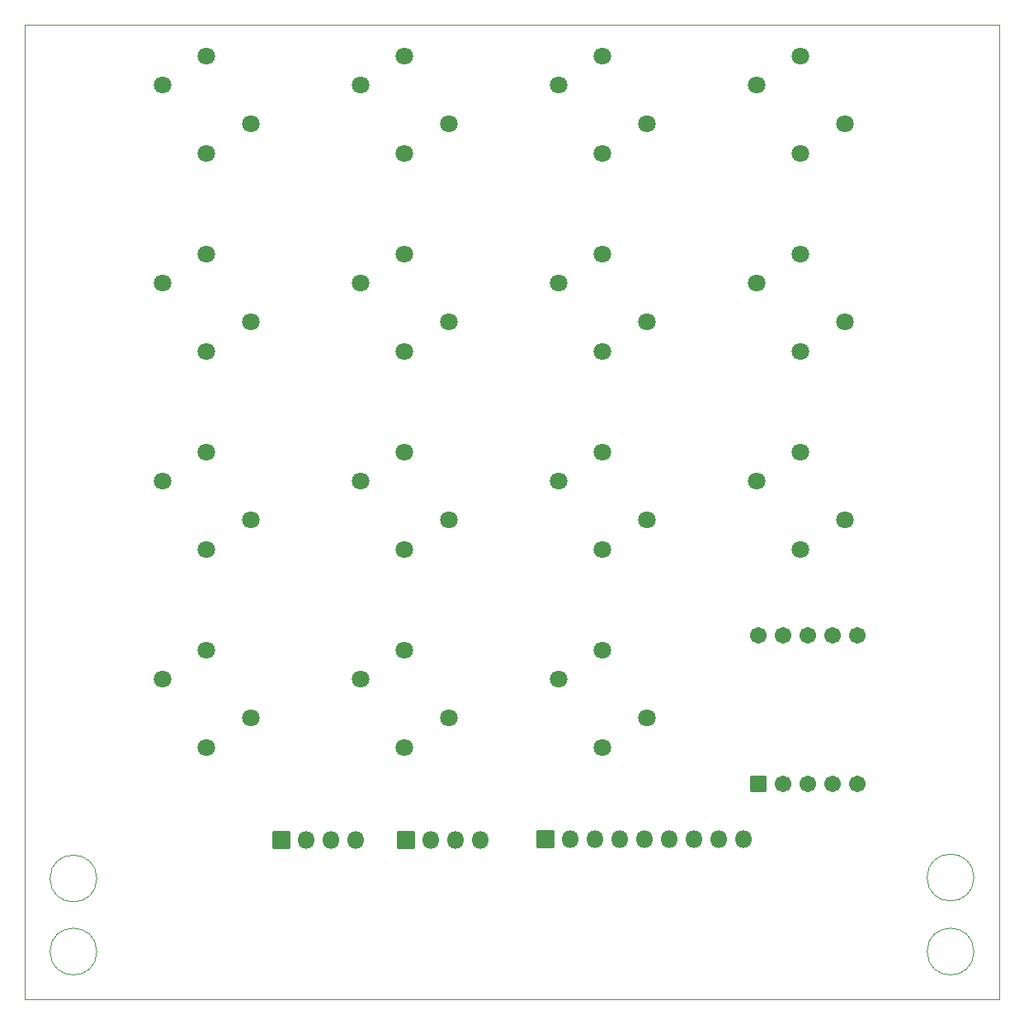
<source format=gts>
G04 #@! TF.GenerationSoftware,KiCad,Pcbnew,(6.0.0)*
G04 #@! TF.CreationDate,2022-03-01T21:04:48+01:00*
G04 #@! TF.ProjectId,Keyboard_v2,4b657962-6f61-4726-945f-76322e6b6963,rev?*
G04 #@! TF.SameCoordinates,Original*
G04 #@! TF.FileFunction,Soldermask,Top*
G04 #@! TF.FilePolarity,Negative*
%FSLAX46Y46*%
G04 Gerber Fmt 4.6, Leading zero omitted, Abs format (unit mm)*
G04 Created by KiCad (PCBNEW (6.0.0)) date 2022-03-01 21:04:48*
%MOMM*%
%LPD*%
G01*
G04 APERTURE LIST*
G04 Aperture macros list*
%AMRoundRect*
0 Rectangle with rounded corners*
0 $1 Rounding radius*
0 $2 $3 $4 $5 $6 $7 $8 $9 X,Y pos of 4 corners*
0 Add a 4 corners polygon primitive as box body*
4,1,4,$2,$3,$4,$5,$6,$7,$8,$9,$2,$3,0*
0 Add four circle primitives for the rounded corners*
1,1,$1+$1,$2,$3*
1,1,$1+$1,$4,$5*
1,1,$1+$1,$6,$7*
1,1,$1+$1,$8,$9*
0 Add four rect primitives between the rounded corners*
20,1,$1+$1,$2,$3,$4,$5,0*
20,1,$1+$1,$4,$5,$6,$7,0*
20,1,$1+$1,$6,$7,$8,$9,0*
20,1,$1+$1,$8,$9,$2,$3,0*%
G04 Aperture macros list end*
G04 #@! TA.AperFunction,Profile*
%ADD10C,0.050000*%
G04 #@! TD*
%ADD11C,1.802000*%
%ADD12RoundRect,0.051000X-0.800000X-0.800000X0.800000X-0.800000X0.800000X0.800000X-0.800000X0.800000X0*%
%ADD13C,1.702000*%
%ADD14RoundRect,0.051000X-0.850000X0.850000X-0.850000X-0.850000X0.850000X-0.850000X0.850000X0.850000X0*%
%ADD15O,1.802000X1.802000*%
G04 APERTURE END LIST*
D10*
X184745000Y-143405000D02*
X84745000Y-143405000D01*
X92150000Y-138500000D02*
G75*
G03*
X92150000Y-138500000I-2400000J0D01*
G01*
X182150000Y-138500000D02*
G75*
G03*
X182150000Y-138500000I-2400000J0D01*
G01*
X182145000Y-130905000D02*
G75*
G03*
X182145000Y-130905000I-2400000J0D01*
G01*
X84745000Y-43405000D02*
X184745000Y-43405000D01*
X84745000Y-143405000D02*
X84745000Y-43405000D01*
X184745000Y-43405000D02*
X184745000Y-143405000D01*
X92150000Y-131000000D02*
G75*
G03*
X92150000Y-131000000I-2400000J0D01*
G01*
X184745000Y-143405000D02*
X84745000Y-143405000D01*
X92150000Y-138500000D02*
G75*
G03*
X92150000Y-138500000I-2400000J0D01*
G01*
X182150000Y-138500000D02*
G75*
G03*
X182150000Y-138500000I-2400000J0D01*
G01*
X182145000Y-130905000D02*
G75*
G03*
X182145000Y-130905000I-2400000J0D01*
G01*
X84745000Y-43405000D02*
X184745000Y-43405000D01*
X84745000Y-143405000D02*
X84745000Y-43405000D01*
X184745000Y-43405000D02*
X184745000Y-143405000D01*
X92150000Y-131000000D02*
G75*
G03*
X92150000Y-131000000I-2400000J0D01*
G01*
D11*
X103418000Y-66922000D03*
X103418000Y-76922000D03*
X98918000Y-69922000D03*
X107918000Y-73922000D03*
X123738000Y-66922000D03*
X123738000Y-76922000D03*
X119238000Y-69922000D03*
X128238000Y-73922000D03*
X144058000Y-76922000D03*
X144058000Y-66922000D03*
X139558000Y-69922000D03*
X148558000Y-73922000D03*
X164378000Y-66922000D03*
X164378000Y-76922000D03*
X159878000Y-69922000D03*
X168878000Y-73922000D03*
X144058000Y-56602000D03*
X144058000Y-46602000D03*
X139558000Y-49602000D03*
X148558000Y-53602000D03*
X164378000Y-46602000D03*
X164378000Y-56602000D03*
X159878000Y-49602000D03*
X168878000Y-53602000D03*
X103418000Y-107562000D03*
X103418000Y-117562000D03*
X98918000Y-110562000D03*
X107918000Y-114562000D03*
X123738000Y-56602000D03*
X123738000Y-46602000D03*
X119238000Y-49602000D03*
X128238000Y-53602000D03*
X164378000Y-97242000D03*
X164378000Y-87242000D03*
X159878000Y-90242000D03*
X168878000Y-94242000D03*
X144058000Y-107562000D03*
X144058000Y-117562000D03*
X139558000Y-110562000D03*
X148558000Y-114562000D03*
D12*
X160020000Y-121285000D03*
D13*
X162560000Y-121285000D03*
X165100000Y-121285000D03*
X167640000Y-121285000D03*
X170180000Y-121285000D03*
X170180000Y-106045000D03*
X167640000Y-106045000D03*
X165100000Y-106045000D03*
X162560000Y-106045000D03*
X160020000Y-106045000D03*
D11*
X144058000Y-87242000D03*
X144058000Y-97242000D03*
X139558000Y-90242000D03*
X148558000Y-94242000D03*
X123738000Y-97242000D03*
X123738000Y-87242000D03*
X119238000Y-90242000D03*
X128238000Y-94242000D03*
X103418000Y-46602000D03*
X103418000Y-56602000D03*
X98918000Y-49602000D03*
X107918000Y-53602000D03*
X103418000Y-97242000D03*
X103418000Y-87242000D03*
X98918000Y-90242000D03*
X107918000Y-94242000D03*
X123738000Y-117562000D03*
X123738000Y-107562000D03*
X119238000Y-110562000D03*
X128238000Y-114562000D03*
D14*
X123835000Y-127070000D03*
D15*
X126375000Y-127070000D03*
X128915000Y-127070000D03*
X131455000Y-127070000D03*
D14*
X111125000Y-127070000D03*
D15*
X113665000Y-127070000D03*
X116205000Y-127070000D03*
X118745000Y-127070000D03*
D14*
X138176000Y-127000000D03*
D15*
X140716000Y-127000000D03*
X143256000Y-127000000D03*
X145796000Y-127000000D03*
X148336000Y-127000000D03*
X150876000Y-127000000D03*
X153416000Y-127000000D03*
X155956000Y-127000000D03*
X158496000Y-127000000D03*
M02*

</source>
